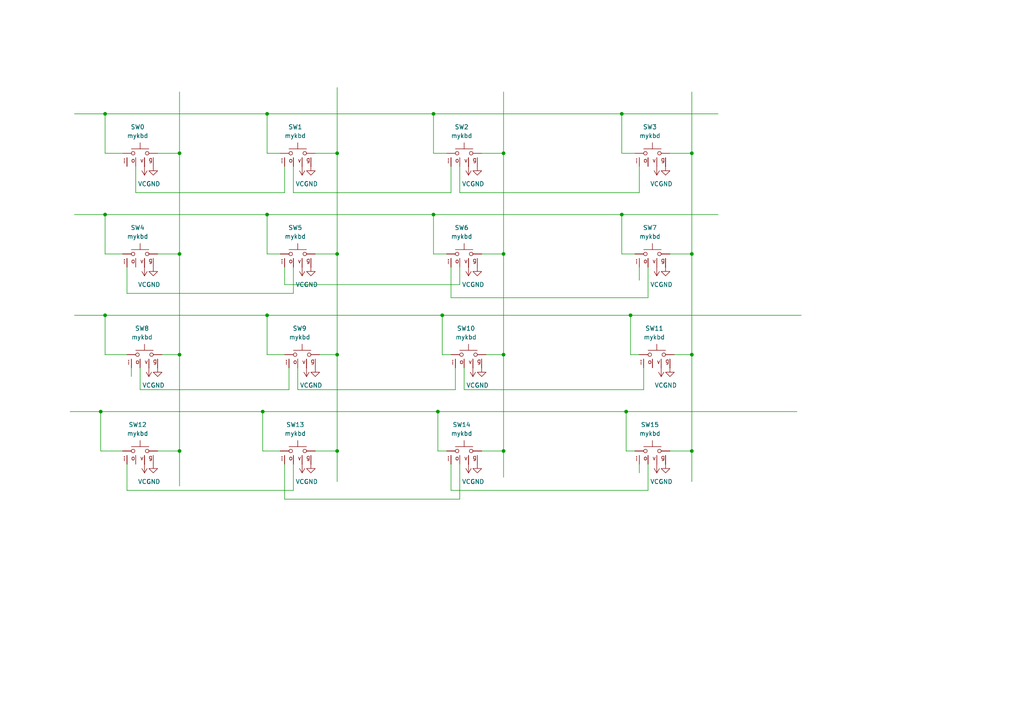
<source format=kicad_sch>
(kicad_sch (version 20250114) (generator "eeschema") (generator_version "9.0")
  (paper "A4")
  (lib_symbols
    (symbol "mykbd:mykbd" (pin_numbers (hide yes)) (pin_names (offset 1.016) (hide yes))
      (property "Reference" "SW" (at 0.762 2.286 0))
      (property "Value" "mykbd" (at -3.556 2.286 0))
      (symbol "mykbd_0_1"
        (circle (center -2.032 0) (radius 0.508))
        (polyline (pts (xy 0 1.27) (xy 0 3.048)))
        (circle (center 2.032 0) (radius 0.508))
        (polyline (pts (xy 2.54 1.27) (xy -2.54 1.27)))
        (pin passive line (at -5.08 0 0) (length 2.54) (name "1") (number "1"))
        (pin passive line (at 5.08 0 180) (length 2.54) (name "2") (number "2"))
      )
      (symbol "mykbd_1_1"
        (text "i" (at -4.572 -2.286 0) (effects (font (size 1.27 1.27))))
        (text "o" (at -2.032 -2.032 0) (effects (font (size 1.27 1.27))))
        (text "v" (at 0.508 -2.032 0) (effects (font (size 1.27 1.27))))
        (text "g" (at 3.048 -1.778 0) (effects (font (size 1.27 1.27))))
        (pin input line (at -3.81 -3.81 90) (length 2.54) (name "3") (number "3"))
        (pin input line (at -1.27 -3.81 90) (length 2.54) (name "4") (number "4"))
        (pin input line (at 1.27 -3.81 90) (length 2.54) (name "5") (number "5"))
        (pin input line (at 3.81 -3.81 90) (length 2.54) (name "6") (number "6"))
      )
    )
    (symbol "power:GND" (power) (pin_numbers (hide yes)) (pin_names (offset 0) (hide yes))
      (property "Value" "GND" (at 0 -3.81 0))
      (symbol "GND_0_1"
        (polyline (pts (xy 0 0) (xy 0 -1.27) (xy 1.27 -1.27) (xy 0 -2.54) (xy -1.27 -1.27) (xy 0 -1.27)))
      )
      (symbol "GND_1_1"
        (pin power_in line (at 0 0 270) (length 0) (name "~") (number "1"))
      )
    )
    (symbol "power:VCC" (power) (pin_numbers (hide yes)) (pin_names (offset 0) (hide yes))
      (property "Value" "VCC" (at 0 3.556 0))
      (symbol "VCC_0_1"
        (polyline (pts (xy -0.762 1.27) (xy 0 2.54)))
        (polyline (pts (xy 0 2.54) (xy 0.762 1.27)))
        (polyline (pts (xy 0 0) (xy 0 2.54)))
      )
      (symbol "VCC_1_1"
        (pin power_in line (at 0 0 90) (length 0) (name "~") (number "1"))
      )
    )
  )
  (junction (at 146.05 73.66))
  (junction (at 200.66 130.81))
  (junction (at 182.88 91.44))
  (junction (at 97.79 130.81))
  (junction (at 77.47 33.02))
  (junction (at 52.07 44.45))
  (junction (at 52.07 102.87))
  (junction (at 52.07 130.81))
  (junction (at 30.48 62.23))
  (junction (at 180.34 62.23))
  (junction (at 146.05 130.81))
  (junction (at 200.66 73.66))
  (junction (at 128.27 91.44))
  (junction (at 97.79 73.66))
  (junction (at 127 119.38))
  (junction (at 146.05 102.87))
  (junction (at 30.48 91.44))
  (junction (at 30.48 33.02))
  (junction (at 97.79 44.45))
  (junction (at 146.05 44.45))
  (junction (at 52.07 73.66))
  (junction (at 97.79 102.87))
  (junction (at 180.34 33.02))
  (junction (at 77.47 91.44))
  (junction (at 125.73 33.02))
  (junction (at 76.2 119.38))
  (junction (at 29.21 119.38))
  (junction (at 125.73 62.23))
  (junction (at 181.61 119.38))
  (junction (at 77.47 62.23))
  (junction (at 200.66 44.45))
  (junction (at 200.66 102.87))
  (wire (pts (xy 29.21 119.38) (xy 29.21 130.81)))
  (wire (pts (xy 130.81 48.26) (xy 130.81 55.88)))
  (wire (pts (xy 76.2 119.38) (xy 127 119.38)))
  (wire (pts (xy 146.05 26.67) (xy 146.05 44.45)))
  (wire (pts (xy 133.35 144.78) (xy 82.55 144.78)))
  (wire (pts (xy 29.21 130.81) (xy 35.56 130.81)))
  (wire (pts (xy 30.48 73.66) (xy 35.56 73.66)))
  (wire (pts (xy 200.66 26.67) (xy 200.66 44.45)))
  (wire (pts (xy 180.34 73.66) (xy 184.15 73.66)))
  (wire (pts (xy 52.07 44.45) (xy 52.07 73.66)))
  (wire (pts (xy 127 130.81) (xy 129.54 130.81)))
  (wire (pts (xy 200.66 73.66) (xy 200.66 102.87)))
  (wire (pts (xy 76.2 130.81) (xy 81.28 130.81)))
  (wire (pts (xy 127 119.38) (xy 127 130.81)))
  (wire (pts (xy 132.08 106.68) (xy 132.08 113.03)))
  (wire (pts (xy 187.96 134.62) (xy 187.96 142.24)))
  (wire (pts (xy 82.55 82.55) (xy 82.55 77.47)))
  (wire (pts (xy 200.66 44.45) (xy 200.66 73.66)))
  (wire (pts (xy 182.88 91.44) (xy 182.88 102.87)))
  (wire (pts (xy 52.07 26.67) (xy 52.07 44.45)))
  (wire (pts (xy 128.27 91.44) (xy 182.88 91.44)))
  (wire (pts (xy 85.09 85.09) (xy 36.83 85.09)))
  (wire (pts (xy 180.34 62.23) (xy 180.34 73.66)))
  (wire (pts (xy 30.48 44.45) (xy 35.56 44.45)))
  (wire (pts (xy 181.61 119.38) (xy 231.14 119.38)))
  (wire (pts (xy 91.44 44.45) (xy 97.79 44.45)))
  (wire (pts (xy 180.34 62.23) (xy 208.28 62.23)))
  (wire (pts (xy 125.73 33.02) (xy 125.73 44.45)))
  (wire (pts (xy 77.47 91.44) (xy 128.27 91.44)))
  (wire (pts (xy 30.48 62.23) (xy 30.48 73.66)))
  (wire (pts (xy 180.34 44.45) (xy 184.15 44.45)))
  (wire (pts (xy 182.88 91.44) (xy 232.41 91.44)))
  (wire (pts (xy 146.05 130.81) (xy 146.05 138.43)))
  (wire (pts (xy 86.36 113.03) (xy 132.08 113.03)))
  (wire (pts (xy 125.73 33.02) (xy 180.34 33.02)))
  (wire (pts (xy 30.48 33.02) (xy 77.47 33.02)))
  (wire (pts (xy 139.7 44.45) (xy 146.05 44.45)))
  (wire (pts (xy 85.09 55.88) (xy 130.81 55.88)))
  (wire (pts (xy 97.79 102.87) (xy 97.79 130.81)))
  (wire (pts (xy 200.66 73.66) (xy 194.31 73.66)))
  (wire (pts (xy 133.35 82.55) (xy 82.55 82.55)))
  (wire (pts (xy 20.32 119.38) (xy 29.21 119.38)))
  (wire (pts (xy 97.79 130.81) (xy 97.79 139.7)))
  (wire (pts (xy 125.73 62.23) (xy 180.34 62.23)))
  (wire (pts (xy 77.47 33.02) (xy 125.73 33.02)))
  (wire (pts (xy 85.09 48.26) (xy 85.09 55.88)))
  (wire (pts (xy 180.34 33.02) (xy 208.28 33.02)))
  (wire (pts (xy 82.55 134.62) (xy 82.55 144.78)))
  (wire (pts (xy 30.48 102.87) (xy 36.83 102.87)))
  (wire (pts (xy 187.96 77.47) (xy 187.96 86.36)))
  (wire (pts (xy 85.09 142.24) (xy 36.83 142.24)))
  (wire (pts (xy 200.66 102.87) (xy 200.66 130.81)))
  (wire (pts (xy 77.47 91.44) (xy 77.47 102.87)))
  (wire (pts (xy 85.09 77.47) (xy 85.09 85.09)))
  (wire (pts (xy 45.72 44.45) (xy 52.07 44.45)))
  (wire (pts (xy 77.47 33.02) (xy 77.47 44.45)))
  (wire (pts (xy 30.48 91.44) (xy 77.47 91.44)))
  (wire (pts (xy 40.64 113.03) (xy 83.82 113.03)))
  (wire (pts (xy 97.79 73.66) (xy 91.44 73.66)))
  (wire (pts (xy 146.05 73.66) (xy 139.7 73.66)))
  (wire (pts (xy 21.59 91.44) (xy 30.48 91.44)))
  (wire (pts (xy 21.59 62.23) (xy 30.48 62.23)))
  (wire (pts (xy 77.47 44.45) (xy 81.28 44.45)))
  (wire (pts (xy 125.73 62.23) (xy 125.73 73.66)))
  (wire (pts (xy 128.27 102.87) (xy 130.81 102.87)))
  (wire (pts (xy 83.82 106.68) (xy 83.82 113.03)))
  (wire (pts (xy 133.35 48.26) (xy 133.35 55.88)))
  (wire (pts (xy 82.55 55.88) (xy 82.55 48.26)))
  (wire (pts (xy 77.47 62.23) (xy 77.47 73.66)))
  (wire (pts (xy 127 119.38) (xy 181.61 119.38)))
  (wire (pts (xy 187.96 86.36) (xy 130.81 86.36)))
  (wire (pts (xy 134.62 113.03) (xy 186.69 113.03)))
  (wire (pts (xy 52.07 102.87) (xy 52.07 130.81)))
  (wire (pts (xy 146.05 130.81) (xy 139.7 130.81)))
  (wire (pts (xy 200.66 130.81) (xy 200.66 139.7)))
  (wire (pts (xy 77.47 102.87) (xy 82.55 102.87)))
  (wire (pts (xy 97.79 130.81) (xy 91.44 130.81)))
  (wire (pts (xy 76.2 119.38) (xy 76.2 130.81)))
  (wire (pts (xy 134.62 106.68) (xy 134.62 113.03)))
  (wire (pts (xy 200.66 102.87) (xy 195.58 102.87)))
  (wire (pts (xy 182.88 102.87) (xy 185.42 102.87)))
  (wire (pts (xy 133.35 134.62) (xy 133.35 144.78)))
  (wire (pts (xy 146.05 44.45) (xy 146.05 73.66)))
  (wire (pts (xy 146.05 102.87) (xy 140.97 102.87)))
  (wire (pts (xy 133.35 55.88) (xy 185.42 55.88)))
  (wire (pts (xy 97.79 44.45) (xy 97.79 73.66)))
  (wire (pts (xy 86.36 106.68) (xy 86.36 113.03)))
  (wire (pts (xy 85.09 134.62) (xy 85.09 142.24)))
  (wire (pts (xy 29.21 119.38) (xy 76.2 119.38)))
  (wire (pts (xy 40.64 106.68) (xy 40.64 113.03)))
  (wire (pts (xy 181.61 130.81) (xy 184.15 130.81)))
  (wire (pts (xy 97.79 102.87) (xy 92.71 102.87)))
  (wire (pts (xy 146.05 73.66) (xy 146.05 102.87)))
  (wire (pts (xy 186.69 106.68) (xy 186.69 113.03)))
  (wire (pts (xy 133.35 77.47) (xy 133.35 82.55)))
  (wire (pts (xy 52.07 130.81) (xy 45.72 130.81)))
  (wire (pts (xy 146.05 102.87) (xy 146.05 130.81)))
  (wire (pts (xy 185.42 48.26) (xy 185.42 55.88)))
  (wire (pts (xy 125.73 44.45) (xy 129.54 44.45)))
  (wire (pts (xy 30.48 91.44) (xy 30.48 102.87)))
  (wire (pts (xy 52.07 73.66) (xy 45.72 73.66)))
  (wire (pts (xy 130.81 77.47) (xy 130.81 86.36)))
  (wire (pts (xy 38.1 106.68) (xy 38.1 109.22)))
  (wire (pts (xy 39.37 48.26) (xy 39.37 55.88)))
  (wire (pts (xy 52.07 102.87) (xy 46.99 102.87)))
  (wire (pts (xy 30.48 33.02) (xy 30.48 44.45)))
  (wire (pts (xy 130.81 134.62) (xy 130.81 142.24)))
  (wire (pts (xy 30.48 62.23) (xy 77.47 62.23)))
  (wire (pts (xy 185.42 81.28) (xy 185.42 77.47)))
  (wire (pts (xy 187.96 142.24) (xy 130.81 142.24)))
  (wire (pts (xy 77.47 62.23) (xy 125.73 62.23)))
  (wire (pts (xy 39.37 55.88) (xy 82.55 55.88)))
  (wire (pts (xy 200.66 130.81) (xy 194.31 130.81)))
  (wire (pts (xy 128.27 91.44) (xy 128.27 102.87)))
  (wire (pts (xy 181.61 119.38) (xy 181.61 130.81)))
  (wire (pts (xy 180.34 33.02) (xy 180.34 44.45)))
  (wire (pts (xy 77.47 73.66) (xy 81.28 73.66)))
  (wire (pts (xy 36.83 134.62) (xy 36.83 142.24)))
  (wire (pts (xy 97.79 25.4) (xy 97.79 44.45)))
  (wire (pts (xy 36.83 85.09) (xy 36.83 77.47)))
  (wire (pts (xy 97.79 73.66) (xy 97.79 102.87)))
  (wire (pts (xy 194.31 44.45) (xy 200.66 44.45)))
  (wire (pts (xy 52.07 73.66) (xy 52.07 102.87)))
  (wire (pts (xy 185.42 134.62) (xy 185.42 137.16)))
  (wire (pts (xy 52.07 130.81) (xy 52.07 140.97)))
  (wire (pts (xy 21.59 33.02) (xy 30.48 33.02)))
  (wire (pts (xy 125.73 73.66) (xy 129.54 73.66)))
  (symbol (lib_id "power:GND") (at 91.44 106.68 0) (unit 1)
    (property "Reference" "#PWR016" (effects (hide yes)))
    (property "Value" "GND" (at 91.44 111.76 0))
    (property "Description" "Power symbol creates a global label with name \"GND\" , ground" (effects (hide yes)))
  )
  (symbol (lib_id "power:VCC") (at 190.5 48.26 180) (unit 1)
    (property "Reference" "#PWR025" (effects (hide yes)))
    (property "Value" "VCC" (at 190.5 53.34 0))
    (property "Description" "Power symbol creates a global label with name \"VCC\"" (effects (hide yes)))
  )
  (symbol (lib_id "mykbd:mykbd") (at 86.36 44.45 0) (unit 1)
    (property "Reference" "SW1" (at 85.6361 36.83 0))
    (property "Value" "mykbd" (at 85.6361 39.37 0))
    (property "Footprint" "mykbd:seat_ltor" (effects (hide yes)))
    (property "Description" "Push button switch, generic, two pins" (effects (hide yes)))
  )
  (symbol (lib_id "power:VCC") (at 190.5 134.62 180) (unit 1)
    (property "Reference" "#PWR027" (effects (hide yes)))
    (property "Value" "VCC" (at 190.5 139.7 0))
    (property "Description" "Power symbol creates a global label with name \"VCC\"" (effects (hide yes)))
  )
  (symbol (lib_id "mykbd:mykbd") (at 189.23 44.45 0) (unit 1)
    (property "Reference" "SW3" (at 188.5061 36.83 0))
    (property "Value" "mykbd" (at 188.5061 39.37 0))
    (property "Footprint" "mykbd:seat_ltor" (effects (hide yes)))
    (property "Description" "Push button switch, generic, two pins" (effects (hide yes)))
  )
  (symbol (lib_id "power:GND") (at 194.31 106.68 0) (unit 1)
    (property "Reference" "#PWR032" (effects (hide yes)))
    (property "Value" "GND" (at 194.31 111.76 0))
    (property "Description" "Power symbol creates a global label with name \"GND\" , ground" (effects (hide yes)))
  )
  (symbol (lib_id "power:VCC") (at 190.5 77.47 180) (unit 1)
    (property "Reference" "#PWR026" (effects (hide yes)))
    (property "Value" "VCC" (at 190.5 82.55 0))
    (property "Description" "Power symbol creates a global label with name \"VCC\"" (effects (hide yes)))
  )
  (symbol (lib_id "power:GND") (at 44.45 48.26 0) (unit 1)
    (property "Reference" "#PWR05" (effects (hide yes)))
    (property "Value" "GND" (at 44.45 53.34 0))
    (property "Description" "Power symbol creates a global label with name \"GND\" , ground" (effects (hide yes)))
  )
  (symbol (lib_id "mykbd:mykbd") (at 40.64 130.81 0) (unit 1)
    (property "Reference" "SW12" (at 39.9161 123.19 0))
    (property "Value" "mykbd" (at 39.9161 125.73 0))
    (property "Footprint" "mykbd:seat_rtol" (effects (hide yes)))
    (property "Description" "Push button switch, generic, two pins" (effects (hide yes)))
  )
  (symbol (lib_id "power:GND") (at 44.45 134.62 0) (unit 1)
    (property "Reference" "#PWR07" (effects (hide yes)))
    (property "Value" "GND" (at 44.45 139.7 0))
    (property "Description" "Power symbol creates a global label with name \"GND\" , ground" (effects (hide yes)))
  )
  (symbol (lib_id "power:VCC") (at 41.91 48.26 180) (unit 1)
    (property "Reference" "#PWR01" (effects (hide yes)))
    (property "Value" "VCC" (at 41.91 53.34 0))
    (property "Description" "Power symbol creates a global label with name \"VCC\"" (effects (hide yes)))
  )
  (symbol (lib_id "power:VCC") (at 191.77 106.68 180) (unit 1)
    (property "Reference" "#PWR028" (effects (hide yes)))
    (property "Value" "VCC" (at 191.77 111.76 0))
    (property "Description" "Power symbol creates a global label with name \"VCC\"" (effects (hide yes)))
  )
  (symbol (lib_id "mykbd:mykbd") (at 190.5 102.87 0) (unit 1)
    (property "Reference" "SW11" (at 189.7761 95.25 0))
    (property "Value" "mykbd" (at 189.7761 97.79 0))
    (property "Footprint" "mykbd:seat_ltor" (effects (hide yes)))
    (property "Description" "Push button switch, generic, two pins" (effects (hide yes)))
  )
  (symbol (lib_id "power:GND") (at 44.45 77.47 0) (unit 1)
    (property "Reference" "#PWR06" (effects (hide yes)))
    (property "Value" "GND" (at 44.45 82.55 0))
    (property "Description" "Power symbol creates a global label with name \"GND\" , ground" (effects (hide yes)))
  )
  (symbol (lib_id "power:VCC") (at 135.89 134.62 180) (unit 1)
    (property "Reference" "#PWR019" (effects (hide yes)))
    (property "Value" "VCC" (at 135.89 139.7 0))
    (property "Description" "Power symbol creates a global label with name \"VCC\"" (effects (hide yes)))
  )
  (symbol (lib_id "power:GND") (at 193.04 77.47 0) (unit 1)
    (property "Reference" "#PWR030" (effects (hide yes)))
    (property "Value" "GND" (at 193.04 82.55 0))
    (property "Description" "Power symbol creates a global label with name \"GND\" , ground" (effects (hide yes)))
  )
  (symbol (lib_id "mykbd:mykbd") (at 134.62 73.66 0) (unit 1)
    (property "Reference" "SW6" (at 133.8961 66.04 0))
    (property "Value" "mykbd" (at 133.8961 68.58 0))
    (property "Footprint" "mykbd:seat_rtol" (effects (hide yes)))
    (property "Description" "Push button switch, generic, two pins" (effects (hide yes)))
  )
  (symbol (lib_id "mykbd:mykbd") (at 135.89 102.87 0) (unit 1)
    (property "Reference" "SW10" (at 135.1661 95.25 0))
    (property "Value" "mykbd" (at 135.1661 97.79 0))
    (property "Footprint" "mykbd:seat_ltor" (effects (hide yes)))
    (property "Description" "Push button switch, generic, two pins" (effects (hide yes)))
  )
  (symbol (lib_id "power:GND") (at 45.72 106.68 0) (unit 1)
    (property "Reference" "#PWR08" (effects (hide yes)))
    (property "Value" "GND" (at 45.72 111.76 0))
    (property "Description" "Power symbol creates a global label with name \"GND\" , ground" (effects (hide yes)))
  )
  (symbol (lib_id "mykbd:mykbd") (at 40.64 73.66 0) (unit 1)
    (property "Reference" "SW4" (at 39.9161 66.04 0))
    (property "Value" "mykbd" (at 39.9161 68.58 0))
    (property "Footprint" "mykbd:seat_rtol" (effects (hide yes)))
    (property "Description" "Push button switch, generic, two pins" (effects (hide yes)))
  )
  (symbol (lib_id "mykbd:mykbd") (at 86.36 130.81 0) (unit 1)
    (property "Reference" "SW13" (at 85.6361 123.19 0))
    (property "Value" "mykbd" (at 85.6361 125.73 0))
    (property "Footprint" "mykbd:seat_rtol" (effects (hide yes)))
    (property "Description" "Push button switch, generic, two pins" (effects (hide yes)))
  )
  (symbol (lib_id "mykbd:mykbd") (at 41.91 102.87 0) (unit 1)
    (property "Reference" "SW8" (at 41.1861 95.25 0))
    (property "Value" "mykbd" (at 41.1861 97.79 0))
    (property "Footprint" "mykbd:seat_ltor" (effects (hide yes)))
    (property "Description" "Push button switch, generic, two pins" (effects (hide yes)))
  )
  (symbol (lib_id "power:VCC") (at 41.91 134.62 180) (unit 1)
    (property "Reference" "#PWR03" (effects (hide yes)))
    (property "Value" "VCC" (at 41.91 139.7 0))
    (property "Description" "Power symbol creates a global label with name \"VCC\"" (effects (hide yes)))
  )
  (symbol (lib_id "power:GND") (at 138.43 48.26 0) (unit 1)
    (property "Reference" "#PWR021" (effects (hide yes)))
    (property "Value" "GND" (at 138.43 53.34 0))
    (property "Description" "Power symbol creates a global label with name \"GND\" , ground" (effects (hide yes)))
  )
  (symbol (lib_id "mykbd:mykbd") (at 189.23 73.66 0) (unit 1)
    (property "Reference" "SW7" (at 188.5061 66.04 0))
    (property "Value" "mykbd" (at 188.5061 68.58 0))
    (property "Footprint" "mykbd:seat_rtol" (effects (hide yes)))
    (property "Description" "Push button switch, generic, two pins" (effects (hide yes)))
  )
  (symbol (lib_id "power:VCC") (at 137.16 106.68 180) (unit 1)
    (property "Reference" "#PWR020" (effects (hide yes)))
    (property "Value" "VCC" (at 137.16 111.76 0))
    (property "Description" "Power symbol creates a global label with name \"VCC\"" (effects (hide yes)))
  )
  (symbol (lib_id "power:VCC") (at 135.89 77.47 180) (unit 1)
    (property "Reference" "#PWR018" (effects (hide yes)))
    (property "Value" "VCC" (at 135.89 82.55 0))
    (property "Description" "Power symbol creates a global label with name \"VCC\"" (effects (hide yes)))
  )
  (symbol (lib_id "mykbd:mykbd") (at 86.36 73.66 0) (unit 1)
    (property "Reference" "SW5" (at 85.6361 66.04 0))
    (property "Value" "mykbd" (at 85.6361 68.58 0))
    (property "Footprint" "mykbd:seat_rtol" (effects (hide yes)))
    (property "Description" "Push button switch, generic, two pins" (effects (hide yes)))
  )
  (symbol (lib_id "mykbd:mykbd") (at 134.62 130.81 0) (unit 1)
    (property "Reference" "SW14" (at 133.8961 123.19 0))
    (property "Value" "mykbd" (at 133.8961 125.73 0))
    (property "Footprint" "mykbd:seat_rtol" (effects (hide yes)))
    (property "Description" "Push button switch, generic, two pins" (effects (hide yes)))
  )
  (symbol (lib_id "power:VCC") (at 43.18 106.68 180) (unit 1)
    (property "Reference" "#PWR04" (effects (hide yes)))
    (property "Value" "VCC" (at 43.18 111.76 0))
    (property "Description" "Power symbol creates a global label with name \"VCC\"" (effects (hide yes)))
  )
  (symbol (lib_id "power:VCC") (at 88.9 106.68 180) (unit 1)
    (property "Reference" "#PWR012" (effects (hide yes)))
    (property "Value" "VCC" (at 88.9 111.76 0))
    (property "Description" "Power symbol creates a global label with name \"VCC\"" (effects (hide yes)))
  )
  (symbol (lib_id "power:GND") (at 193.04 48.26 0) (unit 1)
    (property "Reference" "#PWR029" (effects (hide yes)))
    (property "Value" "GND" (at 193.04 53.34 0))
    (property "Description" "Power symbol creates a global label with name \"GND\" , ground" (effects (hide yes)))
  )
  (symbol (lib_id "power:VCC") (at 87.63 77.47 180) (unit 1)
    (property "Reference" "#PWR010" (effects (hide yes)))
    (property "Value" "VCC" (at 87.63 82.55 0))
    (property "Description" "Power symbol creates a global label with name \"VCC\"" (effects (hide yes)))
  )
  (symbol (lib_id "power:GND") (at 90.17 134.62 0) (unit 1)
    (property "Reference" "#PWR015" (effects (hide yes)))
    (property "Value" "GND" (at 90.17 139.7 0))
    (property "Description" "Power symbol creates a global label with name \"GND\" , ground" (effects (hide yes)))
  )
  (symbol (lib_id "power:GND") (at 139.7 106.68 0) (unit 1)
    (property "Reference" "#PWR024" (effects (hide yes)))
    (property "Value" "GND" (at 139.7 111.76 0))
    (property "Description" "Power symbol creates a global label with name \"GND\" , ground" (effects (hide yes)))
  )
  (symbol (lib_id "power:VCC") (at 87.63 134.62 180) (unit 1)
    (property "Reference" "#PWR011" (effects (hide yes)))
    (property "Value" "VCC" (at 87.63 139.7 0))
    (property "Description" "Power symbol creates a global label with name \"VCC\"" (effects (hide yes)))
  )
  (symbol (lib_id "power:GND") (at 193.04 134.62 0) (unit 1)
    (property "Reference" "#PWR031" (effects (hide yes)))
    (property "Value" "GND" (at 193.04 139.7 0))
    (property "Description" "Power symbol creates a global label with name \"GND\" , ground" (effects (hide yes)))
  )
  (symbol (lib_id "power:VCC") (at 41.91 77.47 180) (unit 1)
    (property "Reference" "#PWR02" (effects (hide yes)))
    (property "Value" "VCC" (at 41.91 82.55 0))
    (property "Description" "Power symbol creates a global label with name \"VCC\"" (effects (hide yes)))
  )
  (symbol (lib_id "power:GND") (at 138.43 77.47 0) (unit 1)
    (property "Reference" "#PWR022" (effects (hide yes)))
    (property "Value" "GND" (at 138.43 82.55 0))
    (property "Description" "Power symbol creates a global label with name \"GND\" , ground" (effects (hide yes)))
  )
  (symbol (lib_id "power:GND") (at 90.17 77.47 0) (unit 1)
    (property "Reference" "#PWR014" (effects (hide yes)))
    (property "Value" "GND" (at 90.17 82.55 0))
    (property "Description" "Power symbol creates a global label with name \"GND\" , ground" (effects (hide yes)))
  )
  (symbol (lib_id "power:GND") (at 138.43 134.62 0) (unit 1)
    (property "Reference" "#PWR023" (effects (hide yes)))
    (property "Value" "GND" (at 138.43 139.7 0))
    (property "Description" "Power symbol creates a global label with name \"GND\" , ground" (effects (hide yes)))
  )
  (symbol (lib_id "power:VCC") (at 135.89 48.26 180) (unit 1)
    (property "Reference" "#PWR017" (effects (hide yes)))
    (property "Value" "VCC" (at 135.89 53.34 0))
    (property "Description" "Power symbol creates a global label with name \"VCC\"" (effects (hide yes)))
  )
  (symbol (lib_id "mykbd:mykbd") (at 40.64 44.45 0) (unit 1)
    (property "Reference" "SW0" (at 39.9161 36.83 0))
    (property "Value" "mykbd" (at 39.9161 39.37 0))
    (property "Footprint" "mykbd:seat_ltor" (effects (hide yes)))
    (property "Description" "Push button switch, generic, two pins" (effects (hide yes)))
  )
  (symbol (lib_id "mykbd:mykbd") (at 134.62 44.45 0) (unit 1)
    (property "Reference" "SW2" (at 133.8961 36.83 0))
    (property "Value" "mykbd" (at 133.8961 39.37 0))
    (property "Footprint" "mykbd:seat_ltor" (effects (hide yes)))
    (property "Description" "Push button switch, generic, two pins" (effects (hide yes)))
  )
  (symbol (lib_id "mykbd:mykbd") (at 189.23 130.81 0) (unit 1)
    (property "Reference" "SW15" (at 188.5061 123.19 0))
    (property "Value" "mykbd" (at 188.5061 125.73 0))
    (property "Footprint" "mykbd:seat_rtol" (effects (hide yes)))
    (property "Description" "Push button switch, generic, two pins" (effects (hide yes)))
  )
  (symbol (lib_id "mykbd:mykbd") (at 87.63 102.87 0) (unit 1)
    (property "Reference" "SW9" (at 86.9061 95.25 0))
    (property "Value" "mykbd" (at 86.9061 97.79 0))
    (property "Footprint" "mykbd:seat_ltor" (effects (hide yes)))
    (property "Description" "Push button switch, generic, two pins" (effects (hide yes)))
  )
  (symbol (lib_id "power:VCC") (at 87.63 48.26 180) (unit 1)
    (property "Reference" "#PWR09" (effects (hide yes)))
    (property "Value" "VCC" (at 87.63 53.34 0))
    (property "Description" "Power symbol creates a global label with name \"VCC\"" (effects (hide yes)))
  )
  (symbol (lib_id "power:GND") (at 90.17 48.26 0) (unit 1)
    (property "Reference" "#PWR013" (effects (hide yes)))
    (property "Value" "GND" (at 90.17 53.34 0))
    (property "Description" "Power symbol creates a global label with name \"GND\" , ground" (effects (hide yes)))
  )
)
</source>
